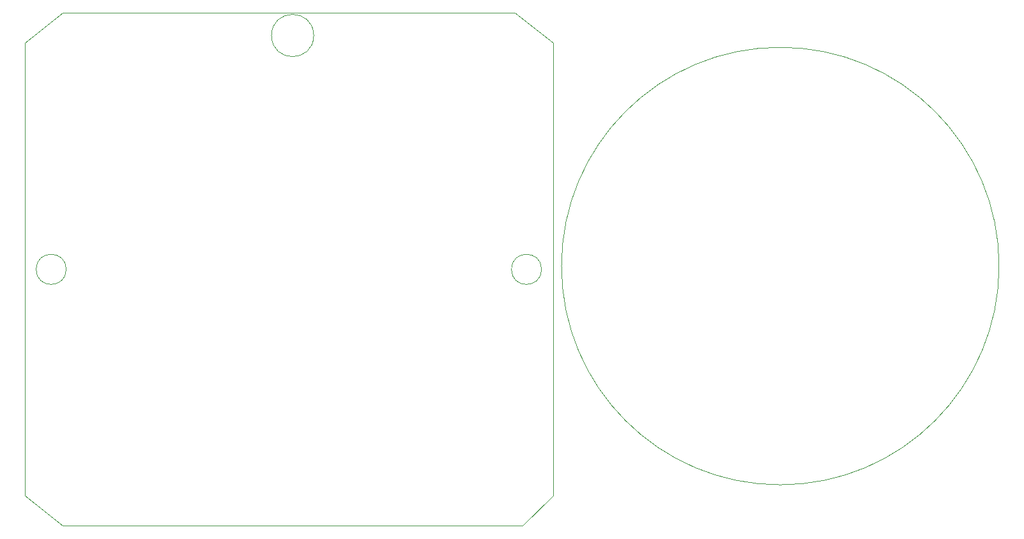
<source format=gbr>
%TF.GenerationSoftware,KiCad,Pcbnew,(5.1.10)-1*%
%TF.CreationDate,2021-08-15T00:34:02+03:00*%
%TF.ProjectId,Dimmer,44696d6d-6572-42e6-9b69-6361645f7063,rev?*%
%TF.SameCoordinates,Original*%
%TF.FileFunction,Profile,NP*%
%FSLAX46Y46*%
G04 Gerber Fmt 4.6, Leading zero omitted, Abs format (unit mm)*
G04 Created by KiCad (PCBNEW (5.1.10)-1) date 2021-08-15 00:34:02*
%MOMM*%
%LPD*%
G01*
G04 APERTURE LIST*
%TA.AperFunction,Profile*%
%ADD10C,0.100000*%
%TD*%
G04 APERTURE END LIST*
D10*
X209537900Y-103466840D02*
G75*
G03*
X209537900Y-103466840I-29000000J0D01*
G01*
X118700000Y-72900000D02*
G75*
G03*
X118700000Y-72900000I-2800000J0D01*
G01*
X80400000Y-73900000D02*
X85400000Y-69900000D01*
X80400000Y-133900000D02*
X80400000Y-73900000D01*
X85400000Y-137900000D02*
X80400000Y-133900000D01*
X145400000Y-69900000D02*
X150400000Y-73900000D01*
X150400000Y-133900000D02*
X150400000Y-73900000D01*
X146400000Y-137900000D02*
X150400000Y-133900000D01*
X145400000Y-137900000D02*
X146400000Y-137900000D01*
X148900000Y-103900000D02*
G75*
G03*
X148900000Y-103900000I-2000000J0D01*
G01*
X85900000Y-103900000D02*
G75*
G03*
X85900000Y-103900000I-2000000J0D01*
G01*
X85400000Y-69900000D02*
X145400000Y-69900000D01*
X145400000Y-137900000D02*
X85400000Y-137900000D01*
M02*

</source>
